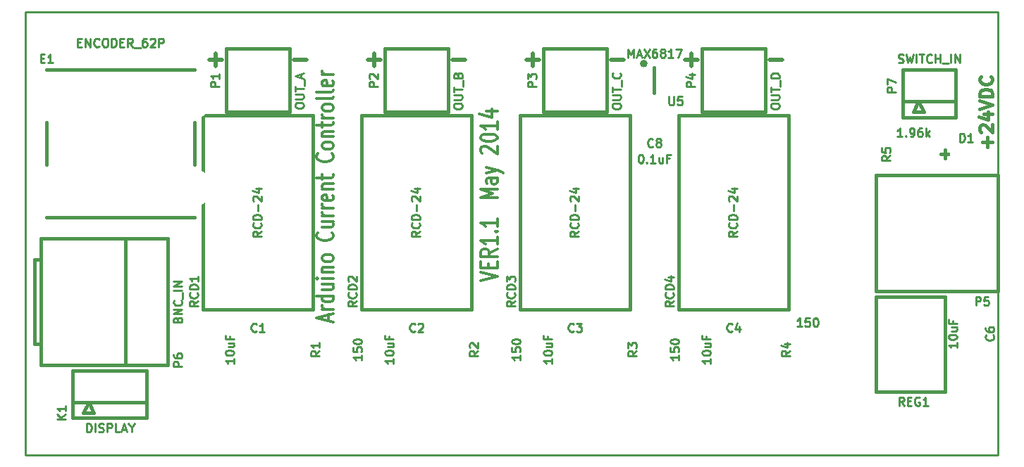
<source format=gto>
G04 (created by PCBNEW (2013-jul-07)-stable) date Wed 28 May 2014 04:19:17 PM EDT*
%MOIN*%
G04 Gerber Fmt 3.4, Leading zero omitted, Abs format*
%FSLAX34Y34*%
G01*
G70*
G90*
G04 APERTURE LIST*
%ADD10C,0.00590551*%
%ADD11C,0.02*%
%ADD12C,0.009*%
%ADD13C,0.012*%
%ADD14C,0.005*%
%ADD15C,0.015*%
%ADD16C,0.01*%
%ADD17C,0.175*%
%ADD18O,0.08X0.12*%
%ADD19C,0.08*%
%ADD20R,0.07X0.12*%
%ADD21R,0.12X0.07*%
%ADD22R,0.067X0.067*%
%ADD23C,0.096*%
%ADD24C,0.16*%
%ADD25C,0.18*%
%ADD26R,0.12X0.12*%
%ADD27C,0.12*%
%ADD28R,0.1X0.1*%
%ADD29C,0.1*%
%ADD30R,0.0604X0.03*%
%ADD31C,0.093*%
%ADD32R,0.093X0.093*%
%ADD33C,0.11*%
%ADD34C,0.195*%
%ADD35C,0.14*%
%ADD36R,0.085X0.085*%
%ADD37C,0.085*%
G04 APERTURE END LIST*
G54D10*
G54D11*
X71195Y-32769D02*
X71804Y-32769D01*
X78695Y-32769D02*
X79304Y-32769D01*
X63695Y-32769D02*
X64304Y-32769D01*
X74695Y-32769D02*
X75304Y-32769D01*
X75000Y-33073D02*
X75000Y-32464D01*
X52195Y-32769D02*
X52804Y-32769D01*
X52500Y-33073D02*
X52500Y-32464D01*
X59695Y-32769D02*
X60304Y-32769D01*
X60000Y-33073D02*
X60000Y-32464D01*
X56195Y-32769D02*
X56804Y-32769D01*
X67195Y-32769D02*
X67804Y-32769D01*
X67500Y-33073D02*
X67500Y-32464D01*
G54D12*
X89500Y-51500D02*
X43500Y-51500D01*
X43500Y-30500D02*
X89500Y-30500D01*
X43500Y-30500D02*
X43500Y-51500D01*
G54D13*
X57845Y-45135D02*
X57845Y-44850D01*
X58073Y-45192D02*
X57273Y-44992D01*
X58073Y-44792D01*
X58073Y-44592D02*
X57540Y-44592D01*
X57692Y-44592D02*
X57616Y-44564D01*
X57578Y-44535D01*
X57540Y-44478D01*
X57540Y-44421D01*
X58073Y-43964D02*
X57273Y-43964D01*
X58035Y-43964D02*
X58073Y-44021D01*
X58073Y-44135D01*
X58035Y-44192D01*
X57997Y-44221D01*
X57921Y-44250D01*
X57692Y-44250D01*
X57616Y-44221D01*
X57578Y-44192D01*
X57540Y-44135D01*
X57540Y-44021D01*
X57578Y-43964D01*
X57540Y-43421D02*
X58073Y-43421D01*
X57540Y-43678D02*
X57959Y-43678D01*
X58035Y-43650D01*
X58073Y-43592D01*
X58073Y-43507D01*
X58035Y-43450D01*
X57997Y-43421D01*
X58073Y-43135D02*
X57540Y-43135D01*
X57273Y-43135D02*
X57311Y-43164D01*
X57350Y-43135D01*
X57311Y-43107D01*
X57273Y-43135D01*
X57350Y-43135D01*
X57540Y-42850D02*
X58073Y-42850D01*
X57616Y-42850D02*
X57578Y-42821D01*
X57540Y-42764D01*
X57540Y-42678D01*
X57578Y-42621D01*
X57654Y-42592D01*
X58073Y-42592D01*
X58073Y-42221D02*
X58035Y-42278D01*
X57997Y-42307D01*
X57921Y-42335D01*
X57692Y-42335D01*
X57616Y-42307D01*
X57578Y-42278D01*
X57540Y-42221D01*
X57540Y-42135D01*
X57578Y-42078D01*
X57616Y-42050D01*
X57692Y-42021D01*
X57921Y-42021D01*
X57997Y-42050D01*
X58035Y-42078D01*
X58073Y-42135D01*
X58073Y-42221D01*
X57997Y-40964D02*
X58035Y-40992D01*
X58073Y-41078D01*
X58073Y-41135D01*
X58035Y-41221D01*
X57959Y-41278D01*
X57883Y-41307D01*
X57730Y-41335D01*
X57616Y-41335D01*
X57464Y-41307D01*
X57388Y-41278D01*
X57311Y-41221D01*
X57273Y-41135D01*
X57273Y-41078D01*
X57311Y-40992D01*
X57350Y-40964D01*
X57540Y-40450D02*
X58073Y-40450D01*
X57540Y-40707D02*
X57959Y-40707D01*
X58035Y-40678D01*
X58073Y-40621D01*
X58073Y-40535D01*
X58035Y-40478D01*
X57997Y-40450D01*
X58073Y-40164D02*
X57540Y-40164D01*
X57692Y-40164D02*
X57616Y-40135D01*
X57578Y-40107D01*
X57540Y-40050D01*
X57540Y-39992D01*
X58073Y-39792D02*
X57540Y-39792D01*
X57692Y-39792D02*
X57616Y-39764D01*
X57578Y-39735D01*
X57540Y-39678D01*
X57540Y-39621D01*
X58035Y-39192D02*
X58073Y-39250D01*
X58073Y-39364D01*
X58035Y-39421D01*
X57959Y-39450D01*
X57654Y-39450D01*
X57578Y-39421D01*
X57540Y-39364D01*
X57540Y-39250D01*
X57578Y-39192D01*
X57654Y-39164D01*
X57730Y-39164D01*
X57807Y-39450D01*
X57540Y-38907D02*
X58073Y-38907D01*
X57616Y-38907D02*
X57578Y-38878D01*
X57540Y-38821D01*
X57540Y-38735D01*
X57578Y-38678D01*
X57654Y-38650D01*
X58073Y-38650D01*
X57540Y-38450D02*
X57540Y-38221D01*
X57273Y-38364D02*
X57959Y-38364D01*
X58035Y-38335D01*
X58073Y-38278D01*
X58073Y-38221D01*
X57997Y-37221D02*
X58035Y-37250D01*
X58073Y-37335D01*
X58073Y-37392D01*
X58035Y-37478D01*
X57959Y-37535D01*
X57883Y-37564D01*
X57730Y-37592D01*
X57616Y-37592D01*
X57464Y-37564D01*
X57388Y-37535D01*
X57311Y-37478D01*
X57273Y-37392D01*
X57273Y-37335D01*
X57311Y-37250D01*
X57350Y-37221D01*
X58073Y-36878D02*
X58035Y-36935D01*
X57997Y-36964D01*
X57921Y-36992D01*
X57692Y-36992D01*
X57616Y-36964D01*
X57578Y-36935D01*
X57540Y-36878D01*
X57540Y-36792D01*
X57578Y-36735D01*
X57616Y-36707D01*
X57692Y-36678D01*
X57921Y-36678D01*
X57997Y-36707D01*
X58035Y-36735D01*
X58073Y-36792D01*
X58073Y-36878D01*
X57540Y-36421D02*
X58073Y-36421D01*
X57616Y-36421D02*
X57578Y-36392D01*
X57540Y-36335D01*
X57540Y-36250D01*
X57578Y-36192D01*
X57654Y-36164D01*
X58073Y-36164D01*
X57540Y-35964D02*
X57540Y-35735D01*
X57273Y-35878D02*
X57959Y-35878D01*
X58035Y-35850D01*
X58073Y-35792D01*
X58073Y-35735D01*
X58073Y-35535D02*
X57540Y-35535D01*
X57692Y-35535D02*
X57616Y-35507D01*
X57578Y-35478D01*
X57540Y-35421D01*
X57540Y-35364D01*
X58073Y-35078D02*
X58035Y-35135D01*
X57997Y-35164D01*
X57921Y-35192D01*
X57692Y-35192D01*
X57616Y-35164D01*
X57578Y-35135D01*
X57540Y-35078D01*
X57540Y-34992D01*
X57578Y-34935D01*
X57616Y-34907D01*
X57692Y-34878D01*
X57921Y-34878D01*
X57997Y-34907D01*
X58035Y-34935D01*
X58073Y-34992D01*
X58073Y-35078D01*
X58073Y-34535D02*
X58035Y-34592D01*
X57959Y-34621D01*
X57273Y-34621D01*
X58073Y-34221D02*
X58035Y-34278D01*
X57959Y-34307D01*
X57273Y-34307D01*
X58035Y-33764D02*
X58073Y-33821D01*
X58073Y-33935D01*
X58035Y-33992D01*
X57959Y-34021D01*
X57654Y-34021D01*
X57578Y-33992D01*
X57540Y-33935D01*
X57540Y-33821D01*
X57578Y-33764D01*
X57654Y-33735D01*
X57730Y-33735D01*
X57807Y-34021D01*
X58073Y-33478D02*
X57540Y-33478D01*
X57692Y-33478D02*
X57616Y-33449D01*
X57578Y-33421D01*
X57540Y-33364D01*
X57540Y-33307D01*
X65823Y-39321D02*
X65023Y-39321D01*
X65595Y-39121D01*
X65023Y-38921D01*
X65823Y-38921D01*
X65823Y-38378D02*
X65404Y-38378D01*
X65328Y-38407D01*
X65290Y-38464D01*
X65290Y-38578D01*
X65328Y-38635D01*
X65785Y-38378D02*
X65823Y-38435D01*
X65823Y-38578D01*
X65785Y-38635D01*
X65709Y-38664D01*
X65633Y-38664D01*
X65557Y-38635D01*
X65519Y-38578D01*
X65519Y-38435D01*
X65480Y-38378D01*
X65290Y-38150D02*
X65823Y-38007D01*
X65290Y-37864D02*
X65823Y-38007D01*
X66014Y-38064D01*
X66052Y-38092D01*
X66090Y-38150D01*
X65100Y-37207D02*
X65061Y-37178D01*
X65023Y-37121D01*
X65023Y-36978D01*
X65061Y-36921D01*
X65100Y-36892D01*
X65176Y-36864D01*
X65252Y-36864D01*
X65366Y-36892D01*
X65823Y-37235D01*
X65823Y-36864D01*
X65023Y-36492D02*
X65023Y-36435D01*
X65061Y-36378D01*
X65100Y-36350D01*
X65176Y-36321D01*
X65328Y-36292D01*
X65519Y-36292D01*
X65671Y-36321D01*
X65747Y-36350D01*
X65785Y-36378D01*
X65823Y-36435D01*
X65823Y-36492D01*
X65785Y-36550D01*
X65747Y-36578D01*
X65671Y-36607D01*
X65519Y-36635D01*
X65328Y-36635D01*
X65176Y-36607D01*
X65100Y-36578D01*
X65061Y-36550D01*
X65023Y-36492D01*
X65823Y-35721D02*
X65823Y-36064D01*
X65823Y-35892D02*
X65023Y-35892D01*
X65138Y-35950D01*
X65214Y-36007D01*
X65252Y-36064D01*
X65290Y-35207D02*
X65823Y-35207D01*
X64985Y-35349D02*
X65557Y-35492D01*
X65557Y-35121D01*
X65023Y-43235D02*
X65823Y-43035D01*
X65023Y-42835D01*
X65404Y-42635D02*
X65404Y-42435D01*
X65823Y-42350D02*
X65823Y-42635D01*
X65023Y-42635D01*
X65023Y-42350D01*
X65823Y-41750D02*
X65442Y-41950D01*
X65823Y-42092D02*
X65023Y-42092D01*
X65023Y-41864D01*
X65061Y-41807D01*
X65100Y-41778D01*
X65176Y-41750D01*
X65290Y-41750D01*
X65366Y-41778D01*
X65404Y-41807D01*
X65442Y-41864D01*
X65442Y-42092D01*
X65823Y-41178D02*
X65823Y-41521D01*
X65823Y-41350D02*
X65023Y-41350D01*
X65138Y-41407D01*
X65214Y-41464D01*
X65252Y-41521D01*
X65747Y-40921D02*
X65785Y-40892D01*
X65823Y-40921D01*
X65785Y-40949D01*
X65747Y-40921D01*
X65823Y-40921D01*
X65823Y-40321D02*
X65823Y-40664D01*
X65823Y-40492D02*
X65023Y-40492D01*
X65138Y-40550D01*
X65214Y-40607D01*
X65252Y-40664D01*
G54D12*
X89500Y-51500D02*
X89500Y-30500D01*
G54D14*
X54800Y-47050D02*
X55400Y-47050D01*
X55400Y-47050D02*
X55400Y-45950D01*
X55400Y-45950D02*
X54800Y-45950D01*
X54200Y-45950D02*
X53600Y-45950D01*
X53600Y-45950D02*
X53600Y-47050D01*
X53600Y-47050D02*
X54200Y-47050D01*
X57700Y-46800D02*
X57700Y-47400D01*
X57700Y-47400D02*
X58800Y-47400D01*
X58800Y-47400D02*
X58800Y-46800D01*
X58800Y-46200D02*
X58800Y-45600D01*
X58800Y-45600D02*
X57700Y-45600D01*
X57700Y-45600D02*
X57700Y-46200D01*
X77300Y-47050D02*
X77900Y-47050D01*
X77900Y-47050D02*
X77900Y-45950D01*
X77900Y-45950D02*
X77300Y-45950D01*
X76700Y-45950D02*
X76100Y-45950D01*
X76100Y-45950D02*
X76100Y-47050D01*
X76100Y-47050D02*
X76700Y-47050D01*
X62300Y-47050D02*
X62900Y-47050D01*
X62900Y-47050D02*
X62900Y-45950D01*
X62900Y-45950D02*
X62300Y-45950D01*
X61700Y-45950D02*
X61100Y-45950D01*
X61100Y-45950D02*
X61100Y-47050D01*
X61100Y-47050D02*
X61700Y-47050D01*
X69800Y-47050D02*
X70400Y-47050D01*
X70400Y-47050D02*
X70400Y-45950D01*
X70400Y-45950D02*
X69800Y-45950D01*
X69200Y-45950D02*
X68600Y-45950D01*
X68600Y-45950D02*
X68600Y-47050D01*
X68600Y-47050D02*
X69200Y-47050D01*
G54D15*
X87000Y-37450D02*
X87000Y-37050D01*
X87200Y-37250D02*
X86800Y-37250D01*
G54D14*
X65200Y-46800D02*
X65200Y-47400D01*
X65200Y-47400D02*
X66300Y-47400D01*
X66300Y-47400D02*
X66300Y-46800D01*
X66300Y-46200D02*
X66300Y-45600D01*
X66300Y-45600D02*
X65200Y-45600D01*
X65200Y-45600D02*
X65200Y-46200D01*
X72700Y-46800D02*
X72700Y-47400D01*
X72700Y-47400D02*
X73800Y-47400D01*
X73800Y-47400D02*
X73800Y-46800D01*
X73800Y-46200D02*
X73800Y-45600D01*
X73800Y-45600D02*
X72700Y-45600D01*
X72700Y-45600D02*
X72700Y-46200D01*
X79950Y-46800D02*
X79950Y-47400D01*
X79950Y-47400D02*
X81050Y-47400D01*
X81050Y-47400D02*
X81050Y-46800D01*
X81050Y-46200D02*
X81050Y-45600D01*
X81050Y-45600D02*
X79950Y-45600D01*
X79950Y-45600D02*
X79950Y-46200D01*
X85200Y-36700D02*
X84600Y-36700D01*
X84600Y-36700D02*
X84600Y-37800D01*
X84600Y-37800D02*
X85200Y-37800D01*
X85800Y-37800D02*
X86400Y-37800D01*
X86400Y-37800D02*
X86400Y-36700D01*
X86400Y-36700D02*
X85800Y-36700D01*
G54D15*
X89500Y-38250D02*
X89500Y-43750D01*
X89500Y-43750D02*
X83750Y-43750D01*
X83750Y-43750D02*
X83750Y-38250D01*
X83750Y-38250D02*
X89500Y-38250D01*
X75500Y-32250D02*
X75500Y-35250D01*
X75500Y-35250D02*
X78500Y-35250D01*
X78500Y-35250D02*
X78500Y-32250D01*
X75500Y-32250D02*
X78500Y-32250D01*
X68000Y-32250D02*
X68000Y-35250D01*
X68000Y-35250D02*
X71000Y-35250D01*
X71000Y-35250D02*
X71000Y-32250D01*
X68000Y-32250D02*
X71000Y-32250D01*
X60500Y-32250D02*
X60500Y-35250D01*
X60500Y-35250D02*
X63500Y-35250D01*
X63500Y-35250D02*
X63500Y-32250D01*
X60500Y-32250D02*
X63500Y-32250D01*
X53000Y-32250D02*
X53000Y-35250D01*
X53000Y-35250D02*
X56000Y-35250D01*
X56000Y-35250D02*
X56000Y-32250D01*
X53000Y-32250D02*
X56000Y-32250D01*
X74400Y-44600D02*
X79600Y-44600D01*
X79600Y-44600D02*
X79600Y-35400D01*
X79600Y-35400D02*
X74400Y-35400D01*
X74400Y-35400D02*
X74400Y-44600D01*
X66900Y-44600D02*
X72100Y-44600D01*
X72100Y-44600D02*
X72100Y-35400D01*
X72100Y-35400D02*
X66900Y-35400D01*
X66900Y-35400D02*
X66900Y-44600D01*
X59400Y-44600D02*
X64600Y-44600D01*
X64600Y-44600D02*
X64600Y-35400D01*
X64600Y-35400D02*
X59400Y-35400D01*
X59400Y-35400D02*
X59400Y-44600D01*
X51900Y-44600D02*
X57100Y-44600D01*
X57100Y-44600D02*
X57100Y-35400D01*
X57100Y-35400D02*
X51900Y-35400D01*
X51900Y-35400D02*
X51900Y-44600D01*
G54D14*
X88800Y-45450D02*
X88800Y-44850D01*
X88800Y-44850D02*
X87700Y-44850D01*
X87700Y-44850D02*
X87700Y-45450D01*
X87700Y-46050D02*
X87700Y-46650D01*
X87700Y-46650D02*
X88800Y-46650D01*
X88800Y-46650D02*
X88800Y-46050D01*
X73550Y-36300D02*
X74150Y-36300D01*
X74150Y-36300D02*
X74150Y-35200D01*
X74150Y-35200D02*
X73550Y-35200D01*
X72950Y-35200D02*
X72350Y-35200D01*
X72350Y-35200D02*
X72350Y-36300D01*
X72350Y-36300D02*
X72950Y-36300D01*
G54D15*
X73250Y-33150D02*
X73250Y-34350D01*
X72850Y-32950D02*
G75*
G03X72850Y-32950I-100J0D01*
G74*
G01*
X46750Y-49500D02*
X46500Y-49000D01*
X46500Y-49000D02*
X46250Y-49500D01*
X46250Y-49500D02*
X46750Y-49500D01*
X49250Y-49750D02*
X45750Y-49750D01*
X45750Y-49750D02*
X45750Y-49000D01*
X49250Y-49750D02*
X49250Y-49000D01*
X49250Y-49000D02*
X49250Y-47500D01*
X49250Y-47500D02*
X45750Y-47500D01*
X45750Y-47500D02*
X45750Y-49000D01*
X45750Y-49000D02*
X49250Y-49000D01*
X87500Y-33250D02*
X85000Y-33250D01*
X87500Y-34750D02*
X85000Y-34750D01*
X87500Y-35500D02*
X85000Y-35500D01*
X86000Y-35250D02*
X85750Y-34750D01*
X85750Y-34750D02*
X85500Y-35250D01*
X85500Y-35250D02*
X86000Y-35250D01*
X85000Y-35500D02*
X85000Y-34750D01*
X87500Y-35500D02*
X87500Y-34750D01*
X87500Y-34750D02*
X87500Y-33250D01*
X85000Y-33250D02*
X85000Y-34750D01*
X44500Y-35750D02*
X44500Y-37750D01*
X51500Y-37750D02*
X51500Y-35750D01*
X44500Y-40250D02*
X51500Y-40250D01*
X51500Y-33250D02*
X44500Y-33250D01*
X87000Y-44000D02*
X83750Y-44000D01*
X83750Y-44000D02*
X83750Y-48500D01*
X83750Y-48500D02*
X87000Y-48500D01*
X87000Y-48500D02*
X87000Y-44000D01*
X44250Y-41250D02*
X50250Y-41250D01*
X44250Y-47250D02*
X50250Y-47250D01*
X44250Y-46250D02*
X43950Y-46250D01*
X43950Y-46250D02*
X43950Y-42250D01*
X43950Y-42250D02*
X44250Y-42250D01*
X48250Y-47250D02*
X48250Y-41250D01*
X44250Y-47250D02*
X44250Y-41250D01*
X50250Y-47250D02*
X50250Y-41250D01*
G54D16*
X54433Y-45623D02*
X54414Y-45642D01*
X54357Y-45661D01*
X54319Y-45661D01*
X54261Y-45642D01*
X54223Y-45604D01*
X54204Y-45566D01*
X54185Y-45490D01*
X54185Y-45433D01*
X54204Y-45357D01*
X54223Y-45319D01*
X54261Y-45280D01*
X54319Y-45261D01*
X54357Y-45261D01*
X54414Y-45280D01*
X54433Y-45300D01*
X54814Y-45661D02*
X54585Y-45661D01*
X54700Y-45661D02*
X54700Y-45261D01*
X54661Y-45319D01*
X54623Y-45357D01*
X54585Y-45376D01*
X53361Y-46928D02*
X53361Y-47157D01*
X53361Y-47042D02*
X52961Y-47042D01*
X53019Y-47080D01*
X53057Y-47119D01*
X53076Y-47157D01*
X52961Y-46680D02*
X52961Y-46642D01*
X52980Y-46604D01*
X53000Y-46585D01*
X53038Y-46566D01*
X53114Y-46547D01*
X53209Y-46547D01*
X53285Y-46566D01*
X53323Y-46585D01*
X53342Y-46604D01*
X53361Y-46642D01*
X53361Y-46680D01*
X53342Y-46719D01*
X53323Y-46738D01*
X53285Y-46757D01*
X53209Y-46776D01*
X53114Y-46776D01*
X53038Y-46757D01*
X53000Y-46738D01*
X52980Y-46719D01*
X52961Y-46680D01*
X53095Y-46204D02*
X53361Y-46204D01*
X53095Y-46376D02*
X53304Y-46376D01*
X53342Y-46357D01*
X53361Y-46319D01*
X53361Y-46261D01*
X53342Y-46223D01*
X53323Y-46204D01*
X53152Y-45880D02*
X53152Y-46014D01*
X53361Y-46014D02*
X52961Y-46014D01*
X52961Y-45823D01*
X57411Y-46566D02*
X57221Y-46699D01*
X57411Y-46795D02*
X57011Y-46795D01*
X57011Y-46642D01*
X57030Y-46604D01*
X57050Y-46585D01*
X57088Y-46566D01*
X57145Y-46566D01*
X57183Y-46585D01*
X57202Y-46604D01*
X57221Y-46642D01*
X57221Y-46795D01*
X57411Y-46185D02*
X57411Y-46414D01*
X57411Y-46299D02*
X57011Y-46299D01*
X57069Y-46338D01*
X57107Y-46376D01*
X57126Y-46414D01*
X59411Y-46766D02*
X59411Y-46995D01*
X59411Y-46880D02*
X59011Y-46880D01*
X59069Y-46919D01*
X59107Y-46957D01*
X59126Y-46995D01*
X59011Y-46404D02*
X59011Y-46595D01*
X59202Y-46614D01*
X59183Y-46595D01*
X59164Y-46557D01*
X59164Y-46461D01*
X59183Y-46423D01*
X59202Y-46404D01*
X59240Y-46385D01*
X59335Y-46385D01*
X59373Y-46404D01*
X59392Y-46423D01*
X59411Y-46461D01*
X59411Y-46557D01*
X59392Y-46595D01*
X59373Y-46614D01*
X59011Y-46138D02*
X59011Y-46100D01*
X59030Y-46061D01*
X59050Y-46042D01*
X59088Y-46023D01*
X59164Y-46004D01*
X59259Y-46004D01*
X59335Y-46023D01*
X59373Y-46042D01*
X59392Y-46061D01*
X59411Y-46100D01*
X59411Y-46138D01*
X59392Y-46176D01*
X59373Y-46195D01*
X59335Y-46214D01*
X59259Y-46233D01*
X59164Y-46233D01*
X59088Y-46214D01*
X59050Y-46195D01*
X59030Y-46176D01*
X59011Y-46138D01*
X76933Y-45623D02*
X76914Y-45642D01*
X76857Y-45661D01*
X76819Y-45661D01*
X76761Y-45642D01*
X76723Y-45604D01*
X76704Y-45566D01*
X76685Y-45490D01*
X76685Y-45433D01*
X76704Y-45357D01*
X76723Y-45319D01*
X76761Y-45280D01*
X76819Y-45261D01*
X76857Y-45261D01*
X76914Y-45280D01*
X76933Y-45300D01*
X77276Y-45395D02*
X77276Y-45661D01*
X77180Y-45242D02*
X77085Y-45528D01*
X77333Y-45528D01*
X75911Y-46928D02*
X75911Y-47157D01*
X75911Y-47042D02*
X75511Y-47042D01*
X75569Y-47080D01*
X75607Y-47119D01*
X75626Y-47157D01*
X75511Y-46680D02*
X75511Y-46642D01*
X75530Y-46604D01*
X75550Y-46585D01*
X75588Y-46566D01*
X75664Y-46547D01*
X75759Y-46547D01*
X75835Y-46566D01*
X75873Y-46585D01*
X75892Y-46604D01*
X75911Y-46642D01*
X75911Y-46680D01*
X75892Y-46719D01*
X75873Y-46738D01*
X75835Y-46757D01*
X75759Y-46776D01*
X75664Y-46776D01*
X75588Y-46757D01*
X75550Y-46738D01*
X75530Y-46719D01*
X75511Y-46680D01*
X75645Y-46204D02*
X75911Y-46204D01*
X75645Y-46376D02*
X75854Y-46376D01*
X75892Y-46357D01*
X75911Y-46319D01*
X75911Y-46261D01*
X75892Y-46223D01*
X75873Y-46204D01*
X75702Y-45880D02*
X75702Y-46014D01*
X75911Y-46014D02*
X75511Y-46014D01*
X75511Y-45823D01*
X61933Y-45623D02*
X61914Y-45642D01*
X61857Y-45661D01*
X61819Y-45661D01*
X61761Y-45642D01*
X61723Y-45604D01*
X61704Y-45566D01*
X61685Y-45490D01*
X61685Y-45433D01*
X61704Y-45357D01*
X61723Y-45319D01*
X61761Y-45280D01*
X61819Y-45261D01*
X61857Y-45261D01*
X61914Y-45280D01*
X61933Y-45300D01*
X62085Y-45300D02*
X62104Y-45280D01*
X62142Y-45261D01*
X62238Y-45261D01*
X62276Y-45280D01*
X62295Y-45300D01*
X62314Y-45338D01*
X62314Y-45376D01*
X62295Y-45433D01*
X62066Y-45661D01*
X62314Y-45661D01*
X60911Y-46928D02*
X60911Y-47157D01*
X60911Y-47042D02*
X60511Y-47042D01*
X60569Y-47080D01*
X60607Y-47119D01*
X60626Y-47157D01*
X60511Y-46680D02*
X60511Y-46642D01*
X60530Y-46604D01*
X60550Y-46585D01*
X60588Y-46566D01*
X60664Y-46547D01*
X60759Y-46547D01*
X60835Y-46566D01*
X60873Y-46585D01*
X60892Y-46604D01*
X60911Y-46642D01*
X60911Y-46680D01*
X60892Y-46719D01*
X60873Y-46738D01*
X60835Y-46757D01*
X60759Y-46776D01*
X60664Y-46776D01*
X60588Y-46757D01*
X60550Y-46738D01*
X60530Y-46719D01*
X60511Y-46680D01*
X60645Y-46204D02*
X60911Y-46204D01*
X60645Y-46376D02*
X60854Y-46376D01*
X60892Y-46357D01*
X60911Y-46319D01*
X60911Y-46261D01*
X60892Y-46223D01*
X60873Y-46204D01*
X60702Y-45880D02*
X60702Y-46014D01*
X60911Y-46014D02*
X60511Y-46014D01*
X60511Y-45823D01*
X69433Y-45623D02*
X69414Y-45642D01*
X69357Y-45661D01*
X69319Y-45661D01*
X69261Y-45642D01*
X69223Y-45604D01*
X69204Y-45566D01*
X69185Y-45490D01*
X69185Y-45433D01*
X69204Y-45357D01*
X69223Y-45319D01*
X69261Y-45280D01*
X69319Y-45261D01*
X69357Y-45261D01*
X69414Y-45280D01*
X69433Y-45300D01*
X69566Y-45261D02*
X69814Y-45261D01*
X69680Y-45414D01*
X69738Y-45414D01*
X69776Y-45433D01*
X69795Y-45452D01*
X69814Y-45490D01*
X69814Y-45585D01*
X69795Y-45623D01*
X69776Y-45642D01*
X69738Y-45661D01*
X69623Y-45661D01*
X69585Y-45642D01*
X69566Y-45623D01*
X68411Y-46928D02*
X68411Y-47157D01*
X68411Y-47042D02*
X68011Y-47042D01*
X68069Y-47080D01*
X68107Y-47119D01*
X68126Y-47157D01*
X68011Y-46680D02*
X68011Y-46642D01*
X68030Y-46604D01*
X68050Y-46585D01*
X68088Y-46566D01*
X68164Y-46547D01*
X68259Y-46547D01*
X68335Y-46566D01*
X68373Y-46585D01*
X68392Y-46604D01*
X68411Y-46642D01*
X68411Y-46680D01*
X68392Y-46719D01*
X68373Y-46738D01*
X68335Y-46757D01*
X68259Y-46776D01*
X68164Y-46776D01*
X68088Y-46757D01*
X68050Y-46738D01*
X68030Y-46719D01*
X68011Y-46680D01*
X68145Y-46204D02*
X68411Y-46204D01*
X68145Y-46376D02*
X68354Y-46376D01*
X68392Y-46357D01*
X68411Y-46319D01*
X68411Y-46261D01*
X68392Y-46223D01*
X68373Y-46204D01*
X68202Y-45880D02*
X68202Y-46014D01*
X68411Y-46014D02*
X68011Y-46014D01*
X68011Y-45823D01*
X87704Y-36661D02*
X87704Y-36261D01*
X87800Y-36261D01*
X87857Y-36280D01*
X87895Y-36319D01*
X87914Y-36357D01*
X87933Y-36433D01*
X87933Y-36490D01*
X87914Y-36566D01*
X87895Y-36604D01*
X87857Y-36642D01*
X87800Y-36661D01*
X87704Y-36661D01*
X88314Y-36661D02*
X88085Y-36661D01*
X88200Y-36661D02*
X88200Y-36261D01*
X88161Y-36319D01*
X88123Y-36357D01*
X88085Y-36376D01*
X64911Y-46566D02*
X64721Y-46699D01*
X64911Y-46795D02*
X64511Y-46795D01*
X64511Y-46642D01*
X64530Y-46604D01*
X64550Y-46585D01*
X64588Y-46566D01*
X64645Y-46566D01*
X64683Y-46585D01*
X64702Y-46604D01*
X64721Y-46642D01*
X64721Y-46795D01*
X64550Y-46414D02*
X64530Y-46395D01*
X64511Y-46357D01*
X64511Y-46261D01*
X64530Y-46223D01*
X64550Y-46204D01*
X64588Y-46185D01*
X64626Y-46185D01*
X64683Y-46204D01*
X64911Y-46433D01*
X64911Y-46185D01*
X66911Y-46766D02*
X66911Y-46995D01*
X66911Y-46880D02*
X66511Y-46880D01*
X66569Y-46919D01*
X66607Y-46957D01*
X66626Y-46995D01*
X66511Y-46404D02*
X66511Y-46595D01*
X66702Y-46614D01*
X66683Y-46595D01*
X66664Y-46557D01*
X66664Y-46461D01*
X66683Y-46423D01*
X66702Y-46404D01*
X66740Y-46385D01*
X66835Y-46385D01*
X66873Y-46404D01*
X66892Y-46423D01*
X66911Y-46461D01*
X66911Y-46557D01*
X66892Y-46595D01*
X66873Y-46614D01*
X66511Y-46138D02*
X66511Y-46100D01*
X66530Y-46061D01*
X66550Y-46042D01*
X66588Y-46023D01*
X66664Y-46004D01*
X66759Y-46004D01*
X66835Y-46023D01*
X66873Y-46042D01*
X66892Y-46061D01*
X66911Y-46100D01*
X66911Y-46138D01*
X66892Y-46176D01*
X66873Y-46195D01*
X66835Y-46214D01*
X66759Y-46233D01*
X66664Y-46233D01*
X66588Y-46214D01*
X66550Y-46195D01*
X66530Y-46176D01*
X66511Y-46138D01*
X72411Y-46566D02*
X72221Y-46699D01*
X72411Y-46795D02*
X72011Y-46795D01*
X72011Y-46642D01*
X72030Y-46604D01*
X72050Y-46585D01*
X72088Y-46566D01*
X72145Y-46566D01*
X72183Y-46585D01*
X72202Y-46604D01*
X72221Y-46642D01*
X72221Y-46795D01*
X72011Y-46433D02*
X72011Y-46185D01*
X72164Y-46319D01*
X72164Y-46261D01*
X72183Y-46223D01*
X72202Y-46204D01*
X72240Y-46185D01*
X72335Y-46185D01*
X72373Y-46204D01*
X72392Y-46223D01*
X72411Y-46261D01*
X72411Y-46376D01*
X72392Y-46414D01*
X72373Y-46433D01*
X74411Y-46766D02*
X74411Y-46995D01*
X74411Y-46880D02*
X74011Y-46880D01*
X74069Y-46919D01*
X74107Y-46957D01*
X74126Y-46995D01*
X74011Y-46404D02*
X74011Y-46595D01*
X74202Y-46614D01*
X74183Y-46595D01*
X74164Y-46557D01*
X74164Y-46461D01*
X74183Y-46423D01*
X74202Y-46404D01*
X74240Y-46385D01*
X74335Y-46385D01*
X74373Y-46404D01*
X74392Y-46423D01*
X74411Y-46461D01*
X74411Y-46557D01*
X74392Y-46595D01*
X74373Y-46614D01*
X74011Y-46138D02*
X74011Y-46100D01*
X74030Y-46061D01*
X74050Y-46042D01*
X74088Y-46023D01*
X74164Y-46004D01*
X74259Y-46004D01*
X74335Y-46023D01*
X74373Y-46042D01*
X74392Y-46061D01*
X74411Y-46100D01*
X74411Y-46138D01*
X74392Y-46176D01*
X74373Y-46195D01*
X74335Y-46214D01*
X74259Y-46233D01*
X74164Y-46233D01*
X74088Y-46214D01*
X74050Y-46195D01*
X74030Y-46176D01*
X74011Y-46138D01*
X79661Y-46566D02*
X79471Y-46699D01*
X79661Y-46795D02*
X79261Y-46795D01*
X79261Y-46642D01*
X79280Y-46604D01*
X79300Y-46585D01*
X79338Y-46566D01*
X79395Y-46566D01*
X79433Y-46585D01*
X79452Y-46604D01*
X79471Y-46642D01*
X79471Y-46795D01*
X79395Y-46223D02*
X79661Y-46223D01*
X79242Y-46319D02*
X79528Y-46414D01*
X79528Y-46166D01*
X80233Y-45411D02*
X80004Y-45411D01*
X80119Y-45411D02*
X80119Y-45011D01*
X80080Y-45069D01*
X80042Y-45107D01*
X80004Y-45126D01*
X80595Y-45011D02*
X80404Y-45011D01*
X80385Y-45202D01*
X80404Y-45183D01*
X80442Y-45164D01*
X80538Y-45164D01*
X80576Y-45183D01*
X80595Y-45202D01*
X80614Y-45240D01*
X80614Y-45335D01*
X80595Y-45373D01*
X80576Y-45392D01*
X80538Y-45411D01*
X80442Y-45411D01*
X80404Y-45392D01*
X80385Y-45373D01*
X80861Y-45011D02*
X80900Y-45011D01*
X80938Y-45030D01*
X80957Y-45050D01*
X80976Y-45088D01*
X80995Y-45164D01*
X80995Y-45259D01*
X80976Y-45335D01*
X80957Y-45373D01*
X80938Y-45392D01*
X80900Y-45411D01*
X80861Y-45411D01*
X80823Y-45392D01*
X80804Y-45373D01*
X80785Y-45335D01*
X80766Y-45259D01*
X80766Y-45164D01*
X80785Y-45088D01*
X80804Y-45050D01*
X80823Y-45030D01*
X80861Y-45011D01*
X84411Y-37316D02*
X84221Y-37449D01*
X84411Y-37545D02*
X84011Y-37545D01*
X84011Y-37392D01*
X84030Y-37354D01*
X84050Y-37335D01*
X84088Y-37316D01*
X84145Y-37316D01*
X84183Y-37335D01*
X84202Y-37354D01*
X84221Y-37392D01*
X84221Y-37545D01*
X84011Y-36954D02*
X84011Y-37145D01*
X84202Y-37164D01*
X84183Y-37145D01*
X84164Y-37107D01*
X84164Y-37011D01*
X84183Y-36973D01*
X84202Y-36954D01*
X84240Y-36935D01*
X84335Y-36935D01*
X84373Y-36954D01*
X84392Y-36973D01*
X84411Y-37011D01*
X84411Y-37107D01*
X84392Y-37145D01*
X84373Y-37164D01*
X84976Y-36411D02*
X84747Y-36411D01*
X84861Y-36411D02*
X84861Y-36011D01*
X84823Y-36069D01*
X84785Y-36107D01*
X84747Y-36126D01*
X85147Y-36373D02*
X85166Y-36392D01*
X85147Y-36411D01*
X85128Y-36392D01*
X85147Y-36373D01*
X85147Y-36411D01*
X85357Y-36411D02*
X85433Y-36411D01*
X85471Y-36392D01*
X85490Y-36373D01*
X85528Y-36316D01*
X85547Y-36240D01*
X85547Y-36088D01*
X85528Y-36050D01*
X85509Y-36030D01*
X85471Y-36011D01*
X85395Y-36011D01*
X85357Y-36030D01*
X85338Y-36050D01*
X85319Y-36088D01*
X85319Y-36183D01*
X85338Y-36221D01*
X85357Y-36240D01*
X85395Y-36259D01*
X85471Y-36259D01*
X85509Y-36240D01*
X85528Y-36221D01*
X85547Y-36183D01*
X85890Y-36011D02*
X85814Y-36011D01*
X85776Y-36030D01*
X85757Y-36050D01*
X85719Y-36107D01*
X85700Y-36183D01*
X85700Y-36335D01*
X85719Y-36373D01*
X85738Y-36392D01*
X85776Y-36411D01*
X85852Y-36411D01*
X85890Y-36392D01*
X85909Y-36373D01*
X85928Y-36335D01*
X85928Y-36240D01*
X85909Y-36202D01*
X85890Y-36183D01*
X85852Y-36164D01*
X85776Y-36164D01*
X85738Y-36183D01*
X85719Y-36202D01*
X85700Y-36240D01*
X86100Y-36411D02*
X86100Y-36011D01*
X86138Y-36259D02*
X86252Y-36411D01*
X86252Y-36145D02*
X86100Y-36297D01*
X88454Y-44411D02*
X88454Y-44011D01*
X88607Y-44011D01*
X88645Y-44030D01*
X88664Y-44050D01*
X88683Y-44088D01*
X88683Y-44145D01*
X88664Y-44183D01*
X88645Y-44202D01*
X88607Y-44221D01*
X88454Y-44221D01*
X89045Y-44011D02*
X88854Y-44011D01*
X88835Y-44202D01*
X88854Y-44183D01*
X88892Y-44164D01*
X88988Y-44164D01*
X89026Y-44183D01*
X89045Y-44202D01*
X89064Y-44240D01*
X89064Y-44335D01*
X89045Y-44373D01*
X89026Y-44392D01*
X88988Y-44411D01*
X88892Y-44411D01*
X88854Y-44392D01*
X88835Y-44373D01*
G54D15*
X89014Y-36907D02*
X89014Y-36450D01*
X89242Y-36678D02*
X88785Y-36678D01*
X88700Y-36192D02*
X88671Y-36164D01*
X88642Y-36107D01*
X88642Y-35964D01*
X88671Y-35907D01*
X88700Y-35878D01*
X88757Y-35850D01*
X88814Y-35850D01*
X88900Y-35878D01*
X89242Y-36221D01*
X89242Y-35850D01*
X88842Y-35335D02*
X89242Y-35335D01*
X88614Y-35478D02*
X89042Y-35621D01*
X89042Y-35250D01*
X88642Y-35107D02*
X89242Y-34907D01*
X88642Y-34707D01*
X89242Y-34507D02*
X88642Y-34507D01*
X88642Y-34364D01*
X88671Y-34278D01*
X88728Y-34221D01*
X88785Y-34192D01*
X88900Y-34164D01*
X88985Y-34164D01*
X89100Y-34192D01*
X89157Y-34221D01*
X89214Y-34278D01*
X89242Y-34364D01*
X89242Y-34507D01*
X89185Y-33564D02*
X89214Y-33592D01*
X89242Y-33678D01*
X89242Y-33735D01*
X89214Y-33821D01*
X89157Y-33878D01*
X89100Y-33907D01*
X88985Y-33935D01*
X88900Y-33935D01*
X88785Y-33907D01*
X88728Y-33878D01*
X88671Y-33821D01*
X88642Y-33735D01*
X88642Y-33678D01*
X88671Y-33592D01*
X88700Y-33564D01*
G54D16*
X75161Y-34045D02*
X74761Y-34045D01*
X74761Y-33892D01*
X74780Y-33854D01*
X74800Y-33835D01*
X74838Y-33816D01*
X74895Y-33816D01*
X74933Y-33835D01*
X74952Y-33854D01*
X74971Y-33892D01*
X74971Y-34045D01*
X74895Y-33473D02*
X75161Y-33473D01*
X74742Y-33569D02*
X75028Y-33664D01*
X75028Y-33416D01*
X78761Y-35002D02*
X78761Y-34926D01*
X78780Y-34888D01*
X78819Y-34850D01*
X78895Y-34830D01*
X79028Y-34830D01*
X79104Y-34850D01*
X79142Y-34888D01*
X79161Y-34926D01*
X79161Y-35002D01*
X79142Y-35040D01*
X79104Y-35078D01*
X79028Y-35097D01*
X78895Y-35097D01*
X78819Y-35078D01*
X78780Y-35040D01*
X78761Y-35002D01*
X78761Y-34659D02*
X79085Y-34659D01*
X79123Y-34640D01*
X79142Y-34621D01*
X79161Y-34583D01*
X79161Y-34507D01*
X79142Y-34469D01*
X79123Y-34450D01*
X79085Y-34430D01*
X78761Y-34430D01*
X78761Y-34297D02*
X78761Y-34069D01*
X79161Y-34183D02*
X78761Y-34183D01*
X79200Y-34030D02*
X79200Y-33726D01*
X79161Y-33630D02*
X78761Y-33630D01*
X78761Y-33535D01*
X78780Y-33478D01*
X78819Y-33440D01*
X78857Y-33421D01*
X78933Y-33402D01*
X78990Y-33402D01*
X79066Y-33421D01*
X79104Y-33440D01*
X79142Y-33478D01*
X79161Y-33535D01*
X79161Y-33630D01*
X67661Y-34045D02*
X67261Y-34045D01*
X67261Y-33892D01*
X67280Y-33854D01*
X67300Y-33835D01*
X67338Y-33816D01*
X67395Y-33816D01*
X67433Y-33835D01*
X67452Y-33854D01*
X67471Y-33892D01*
X67471Y-34045D01*
X67261Y-33683D02*
X67261Y-33435D01*
X67414Y-33569D01*
X67414Y-33511D01*
X67433Y-33473D01*
X67452Y-33454D01*
X67490Y-33435D01*
X67585Y-33435D01*
X67623Y-33454D01*
X67642Y-33473D01*
X67661Y-33511D01*
X67661Y-33626D01*
X67642Y-33664D01*
X67623Y-33683D01*
X71261Y-35002D02*
X71261Y-34926D01*
X71280Y-34888D01*
X71319Y-34850D01*
X71395Y-34830D01*
X71528Y-34830D01*
X71604Y-34850D01*
X71642Y-34888D01*
X71661Y-34926D01*
X71661Y-35002D01*
X71642Y-35040D01*
X71604Y-35078D01*
X71528Y-35097D01*
X71395Y-35097D01*
X71319Y-35078D01*
X71280Y-35040D01*
X71261Y-35002D01*
X71261Y-34659D02*
X71585Y-34659D01*
X71623Y-34640D01*
X71642Y-34621D01*
X71661Y-34583D01*
X71661Y-34507D01*
X71642Y-34469D01*
X71623Y-34450D01*
X71585Y-34430D01*
X71261Y-34430D01*
X71261Y-34297D02*
X71261Y-34069D01*
X71661Y-34183D02*
X71261Y-34183D01*
X71700Y-34030D02*
X71700Y-33726D01*
X71623Y-33402D02*
X71642Y-33421D01*
X71661Y-33478D01*
X71661Y-33516D01*
X71642Y-33573D01*
X71604Y-33611D01*
X71566Y-33630D01*
X71490Y-33650D01*
X71433Y-33650D01*
X71357Y-33630D01*
X71319Y-33611D01*
X71280Y-33573D01*
X71261Y-33516D01*
X71261Y-33478D01*
X71280Y-33421D01*
X71300Y-33402D01*
X60161Y-34045D02*
X59761Y-34045D01*
X59761Y-33892D01*
X59780Y-33854D01*
X59800Y-33835D01*
X59838Y-33816D01*
X59895Y-33816D01*
X59933Y-33835D01*
X59952Y-33854D01*
X59971Y-33892D01*
X59971Y-34045D01*
X59800Y-33664D02*
X59780Y-33645D01*
X59761Y-33607D01*
X59761Y-33511D01*
X59780Y-33473D01*
X59800Y-33454D01*
X59838Y-33435D01*
X59876Y-33435D01*
X59933Y-33454D01*
X60161Y-33683D01*
X60161Y-33435D01*
X63761Y-35002D02*
X63761Y-34926D01*
X63780Y-34888D01*
X63819Y-34850D01*
X63895Y-34830D01*
X64028Y-34830D01*
X64104Y-34850D01*
X64142Y-34888D01*
X64161Y-34926D01*
X64161Y-35002D01*
X64142Y-35040D01*
X64104Y-35078D01*
X64028Y-35097D01*
X63895Y-35097D01*
X63819Y-35078D01*
X63780Y-35040D01*
X63761Y-35002D01*
X63761Y-34659D02*
X64085Y-34659D01*
X64123Y-34640D01*
X64142Y-34621D01*
X64161Y-34583D01*
X64161Y-34507D01*
X64142Y-34469D01*
X64123Y-34450D01*
X64085Y-34430D01*
X63761Y-34430D01*
X63761Y-34297D02*
X63761Y-34069D01*
X64161Y-34183D02*
X63761Y-34183D01*
X64200Y-34030D02*
X64200Y-33726D01*
X63952Y-33497D02*
X63971Y-33440D01*
X63990Y-33421D01*
X64028Y-33402D01*
X64085Y-33402D01*
X64123Y-33421D01*
X64142Y-33440D01*
X64161Y-33478D01*
X64161Y-33630D01*
X63761Y-33630D01*
X63761Y-33497D01*
X63780Y-33459D01*
X63800Y-33440D01*
X63838Y-33421D01*
X63876Y-33421D01*
X63914Y-33440D01*
X63933Y-33459D01*
X63952Y-33497D01*
X63952Y-33630D01*
X52661Y-34045D02*
X52261Y-34045D01*
X52261Y-33892D01*
X52280Y-33854D01*
X52300Y-33835D01*
X52338Y-33816D01*
X52395Y-33816D01*
X52433Y-33835D01*
X52452Y-33854D01*
X52471Y-33892D01*
X52471Y-34045D01*
X52661Y-33435D02*
X52661Y-33664D01*
X52661Y-33549D02*
X52261Y-33549D01*
X52319Y-33588D01*
X52357Y-33626D01*
X52376Y-33664D01*
X56261Y-34973D02*
X56261Y-34897D01*
X56280Y-34859D01*
X56319Y-34821D01*
X56395Y-34802D01*
X56528Y-34802D01*
X56604Y-34821D01*
X56642Y-34859D01*
X56661Y-34897D01*
X56661Y-34973D01*
X56642Y-35011D01*
X56604Y-35049D01*
X56528Y-35069D01*
X56395Y-35069D01*
X56319Y-35049D01*
X56280Y-35011D01*
X56261Y-34973D01*
X56261Y-34630D02*
X56585Y-34630D01*
X56623Y-34611D01*
X56642Y-34592D01*
X56661Y-34554D01*
X56661Y-34478D01*
X56642Y-34440D01*
X56623Y-34421D01*
X56585Y-34402D01*
X56261Y-34402D01*
X56261Y-34269D02*
X56261Y-34040D01*
X56661Y-34154D02*
X56261Y-34154D01*
X56700Y-34002D02*
X56700Y-33697D01*
X56547Y-33621D02*
X56547Y-33430D01*
X56661Y-33659D02*
X56261Y-33526D01*
X56661Y-33392D01*
X74161Y-44216D02*
X73971Y-44349D01*
X74161Y-44445D02*
X73761Y-44445D01*
X73761Y-44292D01*
X73780Y-44254D01*
X73800Y-44235D01*
X73838Y-44216D01*
X73895Y-44216D01*
X73933Y-44235D01*
X73952Y-44254D01*
X73971Y-44292D01*
X73971Y-44445D01*
X74123Y-43816D02*
X74142Y-43835D01*
X74161Y-43892D01*
X74161Y-43930D01*
X74142Y-43988D01*
X74104Y-44026D01*
X74066Y-44045D01*
X73990Y-44064D01*
X73933Y-44064D01*
X73857Y-44045D01*
X73819Y-44026D01*
X73780Y-43988D01*
X73761Y-43930D01*
X73761Y-43892D01*
X73780Y-43835D01*
X73800Y-43816D01*
X74161Y-43645D02*
X73761Y-43645D01*
X73761Y-43549D01*
X73780Y-43492D01*
X73819Y-43454D01*
X73857Y-43435D01*
X73933Y-43416D01*
X73990Y-43416D01*
X74066Y-43435D01*
X74104Y-43454D01*
X74142Y-43492D01*
X74161Y-43549D01*
X74161Y-43645D01*
X73895Y-43073D02*
X74161Y-43073D01*
X73742Y-43169D02*
X74028Y-43264D01*
X74028Y-43016D01*
X77161Y-40904D02*
X76971Y-41038D01*
X77161Y-41133D02*
X76761Y-41133D01*
X76761Y-40980D01*
X76780Y-40942D01*
X76800Y-40923D01*
X76838Y-40904D01*
X76895Y-40904D01*
X76933Y-40923D01*
X76952Y-40942D01*
X76971Y-40980D01*
X76971Y-41133D01*
X77123Y-40504D02*
X77142Y-40523D01*
X77161Y-40580D01*
X77161Y-40619D01*
X77142Y-40676D01*
X77104Y-40714D01*
X77066Y-40733D01*
X76990Y-40752D01*
X76933Y-40752D01*
X76857Y-40733D01*
X76819Y-40714D01*
X76780Y-40676D01*
X76761Y-40619D01*
X76761Y-40580D01*
X76780Y-40523D01*
X76800Y-40504D01*
X77161Y-40333D02*
X76761Y-40333D01*
X76761Y-40238D01*
X76780Y-40180D01*
X76819Y-40142D01*
X76857Y-40123D01*
X76933Y-40104D01*
X76990Y-40104D01*
X77066Y-40123D01*
X77104Y-40142D01*
X77142Y-40180D01*
X77161Y-40238D01*
X77161Y-40333D01*
X77009Y-39933D02*
X77009Y-39628D01*
X76800Y-39457D02*
X76780Y-39438D01*
X76761Y-39399D01*
X76761Y-39304D01*
X76780Y-39266D01*
X76800Y-39247D01*
X76838Y-39228D01*
X76876Y-39228D01*
X76933Y-39247D01*
X77161Y-39476D01*
X77161Y-39228D01*
X76895Y-38885D02*
X77161Y-38885D01*
X76742Y-38980D02*
X77028Y-39076D01*
X77028Y-38828D01*
X66661Y-44216D02*
X66471Y-44349D01*
X66661Y-44445D02*
X66261Y-44445D01*
X66261Y-44292D01*
X66280Y-44254D01*
X66300Y-44235D01*
X66338Y-44216D01*
X66395Y-44216D01*
X66433Y-44235D01*
X66452Y-44254D01*
X66471Y-44292D01*
X66471Y-44445D01*
X66623Y-43816D02*
X66642Y-43835D01*
X66661Y-43892D01*
X66661Y-43930D01*
X66642Y-43988D01*
X66604Y-44026D01*
X66566Y-44045D01*
X66490Y-44064D01*
X66433Y-44064D01*
X66357Y-44045D01*
X66319Y-44026D01*
X66280Y-43988D01*
X66261Y-43930D01*
X66261Y-43892D01*
X66280Y-43835D01*
X66300Y-43816D01*
X66661Y-43645D02*
X66261Y-43645D01*
X66261Y-43549D01*
X66280Y-43492D01*
X66319Y-43454D01*
X66357Y-43435D01*
X66433Y-43416D01*
X66490Y-43416D01*
X66566Y-43435D01*
X66604Y-43454D01*
X66642Y-43492D01*
X66661Y-43549D01*
X66661Y-43645D01*
X66261Y-43283D02*
X66261Y-43035D01*
X66414Y-43169D01*
X66414Y-43111D01*
X66433Y-43073D01*
X66452Y-43054D01*
X66490Y-43035D01*
X66585Y-43035D01*
X66623Y-43054D01*
X66642Y-43073D01*
X66661Y-43111D01*
X66661Y-43226D01*
X66642Y-43264D01*
X66623Y-43283D01*
X69661Y-40904D02*
X69471Y-41038D01*
X69661Y-41133D02*
X69261Y-41133D01*
X69261Y-40980D01*
X69280Y-40942D01*
X69300Y-40923D01*
X69338Y-40904D01*
X69395Y-40904D01*
X69433Y-40923D01*
X69452Y-40942D01*
X69471Y-40980D01*
X69471Y-41133D01*
X69623Y-40504D02*
X69642Y-40523D01*
X69661Y-40580D01*
X69661Y-40619D01*
X69642Y-40676D01*
X69604Y-40714D01*
X69566Y-40733D01*
X69490Y-40752D01*
X69433Y-40752D01*
X69357Y-40733D01*
X69319Y-40714D01*
X69280Y-40676D01*
X69261Y-40619D01*
X69261Y-40580D01*
X69280Y-40523D01*
X69300Y-40504D01*
X69661Y-40333D02*
X69261Y-40333D01*
X69261Y-40238D01*
X69280Y-40180D01*
X69319Y-40142D01*
X69357Y-40123D01*
X69433Y-40104D01*
X69490Y-40104D01*
X69566Y-40123D01*
X69604Y-40142D01*
X69642Y-40180D01*
X69661Y-40238D01*
X69661Y-40333D01*
X69509Y-39933D02*
X69509Y-39628D01*
X69300Y-39457D02*
X69280Y-39438D01*
X69261Y-39399D01*
X69261Y-39304D01*
X69280Y-39266D01*
X69300Y-39247D01*
X69338Y-39228D01*
X69376Y-39228D01*
X69433Y-39247D01*
X69661Y-39476D01*
X69661Y-39228D01*
X69395Y-38885D02*
X69661Y-38885D01*
X69242Y-38980D02*
X69528Y-39076D01*
X69528Y-38828D01*
X59161Y-44216D02*
X58971Y-44349D01*
X59161Y-44445D02*
X58761Y-44445D01*
X58761Y-44292D01*
X58780Y-44254D01*
X58800Y-44235D01*
X58838Y-44216D01*
X58895Y-44216D01*
X58933Y-44235D01*
X58952Y-44254D01*
X58971Y-44292D01*
X58971Y-44445D01*
X59123Y-43816D02*
X59142Y-43835D01*
X59161Y-43892D01*
X59161Y-43930D01*
X59142Y-43988D01*
X59104Y-44026D01*
X59066Y-44045D01*
X58990Y-44064D01*
X58933Y-44064D01*
X58857Y-44045D01*
X58819Y-44026D01*
X58780Y-43988D01*
X58761Y-43930D01*
X58761Y-43892D01*
X58780Y-43835D01*
X58800Y-43816D01*
X59161Y-43645D02*
X58761Y-43645D01*
X58761Y-43549D01*
X58780Y-43492D01*
X58819Y-43454D01*
X58857Y-43435D01*
X58933Y-43416D01*
X58990Y-43416D01*
X59066Y-43435D01*
X59104Y-43454D01*
X59142Y-43492D01*
X59161Y-43549D01*
X59161Y-43645D01*
X58800Y-43264D02*
X58780Y-43245D01*
X58761Y-43207D01*
X58761Y-43111D01*
X58780Y-43073D01*
X58800Y-43054D01*
X58838Y-43035D01*
X58876Y-43035D01*
X58933Y-43054D01*
X59161Y-43283D01*
X59161Y-43035D01*
X62161Y-40904D02*
X61971Y-41038D01*
X62161Y-41133D02*
X61761Y-41133D01*
X61761Y-40980D01*
X61780Y-40942D01*
X61800Y-40923D01*
X61838Y-40904D01*
X61895Y-40904D01*
X61933Y-40923D01*
X61952Y-40942D01*
X61971Y-40980D01*
X61971Y-41133D01*
X62123Y-40504D02*
X62142Y-40523D01*
X62161Y-40580D01*
X62161Y-40619D01*
X62142Y-40676D01*
X62104Y-40714D01*
X62066Y-40733D01*
X61990Y-40752D01*
X61933Y-40752D01*
X61857Y-40733D01*
X61819Y-40714D01*
X61780Y-40676D01*
X61761Y-40619D01*
X61761Y-40580D01*
X61780Y-40523D01*
X61800Y-40504D01*
X62161Y-40333D02*
X61761Y-40333D01*
X61761Y-40238D01*
X61780Y-40180D01*
X61819Y-40142D01*
X61857Y-40123D01*
X61933Y-40104D01*
X61990Y-40104D01*
X62066Y-40123D01*
X62104Y-40142D01*
X62142Y-40180D01*
X62161Y-40238D01*
X62161Y-40333D01*
X62009Y-39933D02*
X62009Y-39628D01*
X61800Y-39457D02*
X61780Y-39438D01*
X61761Y-39399D01*
X61761Y-39304D01*
X61780Y-39266D01*
X61800Y-39247D01*
X61838Y-39228D01*
X61876Y-39228D01*
X61933Y-39247D01*
X62161Y-39476D01*
X62161Y-39228D01*
X61895Y-38885D02*
X62161Y-38885D01*
X61742Y-38980D02*
X62028Y-39076D01*
X62028Y-38828D01*
X51661Y-44216D02*
X51471Y-44349D01*
X51661Y-44445D02*
X51261Y-44445D01*
X51261Y-44292D01*
X51280Y-44254D01*
X51300Y-44235D01*
X51338Y-44216D01*
X51395Y-44216D01*
X51433Y-44235D01*
X51452Y-44254D01*
X51471Y-44292D01*
X51471Y-44445D01*
X51623Y-43816D02*
X51642Y-43835D01*
X51661Y-43892D01*
X51661Y-43930D01*
X51642Y-43988D01*
X51604Y-44026D01*
X51566Y-44045D01*
X51490Y-44064D01*
X51433Y-44064D01*
X51357Y-44045D01*
X51319Y-44026D01*
X51280Y-43988D01*
X51261Y-43930D01*
X51261Y-43892D01*
X51280Y-43835D01*
X51300Y-43816D01*
X51661Y-43645D02*
X51261Y-43645D01*
X51261Y-43549D01*
X51280Y-43492D01*
X51319Y-43454D01*
X51357Y-43435D01*
X51433Y-43416D01*
X51490Y-43416D01*
X51566Y-43435D01*
X51604Y-43454D01*
X51642Y-43492D01*
X51661Y-43549D01*
X51661Y-43645D01*
X51661Y-43035D02*
X51661Y-43264D01*
X51661Y-43149D02*
X51261Y-43149D01*
X51319Y-43188D01*
X51357Y-43226D01*
X51376Y-43264D01*
X54661Y-40904D02*
X54471Y-41038D01*
X54661Y-41133D02*
X54261Y-41133D01*
X54261Y-40980D01*
X54280Y-40942D01*
X54300Y-40923D01*
X54338Y-40904D01*
X54395Y-40904D01*
X54433Y-40923D01*
X54452Y-40942D01*
X54471Y-40980D01*
X54471Y-41133D01*
X54623Y-40504D02*
X54642Y-40523D01*
X54661Y-40580D01*
X54661Y-40619D01*
X54642Y-40676D01*
X54604Y-40714D01*
X54566Y-40733D01*
X54490Y-40752D01*
X54433Y-40752D01*
X54357Y-40733D01*
X54319Y-40714D01*
X54280Y-40676D01*
X54261Y-40619D01*
X54261Y-40580D01*
X54280Y-40523D01*
X54300Y-40504D01*
X54661Y-40333D02*
X54261Y-40333D01*
X54261Y-40238D01*
X54280Y-40180D01*
X54319Y-40142D01*
X54357Y-40123D01*
X54433Y-40104D01*
X54490Y-40104D01*
X54566Y-40123D01*
X54604Y-40142D01*
X54642Y-40180D01*
X54661Y-40238D01*
X54661Y-40333D01*
X54509Y-39933D02*
X54509Y-39628D01*
X54300Y-39457D02*
X54280Y-39438D01*
X54261Y-39399D01*
X54261Y-39304D01*
X54280Y-39266D01*
X54300Y-39247D01*
X54338Y-39228D01*
X54376Y-39228D01*
X54433Y-39247D01*
X54661Y-39476D01*
X54661Y-39228D01*
X54395Y-38885D02*
X54661Y-38885D01*
X54242Y-38980D02*
X54528Y-39076D01*
X54528Y-38828D01*
X89273Y-45816D02*
X89292Y-45835D01*
X89311Y-45892D01*
X89311Y-45930D01*
X89292Y-45988D01*
X89254Y-46026D01*
X89216Y-46045D01*
X89140Y-46064D01*
X89083Y-46064D01*
X89007Y-46045D01*
X88969Y-46026D01*
X88930Y-45988D01*
X88911Y-45930D01*
X88911Y-45892D01*
X88930Y-45835D01*
X88950Y-45816D01*
X88911Y-45473D02*
X88911Y-45549D01*
X88930Y-45588D01*
X88950Y-45607D01*
X89007Y-45645D01*
X89083Y-45664D01*
X89235Y-45664D01*
X89273Y-45645D01*
X89292Y-45626D01*
X89311Y-45588D01*
X89311Y-45511D01*
X89292Y-45473D01*
X89273Y-45454D01*
X89235Y-45435D01*
X89140Y-45435D01*
X89102Y-45454D01*
X89083Y-45473D01*
X89064Y-45511D01*
X89064Y-45588D01*
X89083Y-45626D01*
X89102Y-45645D01*
X89140Y-45664D01*
X87561Y-46178D02*
X87561Y-46407D01*
X87561Y-46292D02*
X87161Y-46292D01*
X87219Y-46330D01*
X87257Y-46369D01*
X87276Y-46407D01*
X87161Y-45930D02*
X87161Y-45892D01*
X87180Y-45854D01*
X87200Y-45835D01*
X87238Y-45816D01*
X87314Y-45797D01*
X87409Y-45797D01*
X87485Y-45816D01*
X87523Y-45835D01*
X87542Y-45854D01*
X87561Y-45892D01*
X87561Y-45930D01*
X87542Y-45969D01*
X87523Y-45988D01*
X87485Y-46007D01*
X87409Y-46026D01*
X87314Y-46026D01*
X87238Y-46007D01*
X87200Y-45988D01*
X87180Y-45969D01*
X87161Y-45930D01*
X87295Y-45454D02*
X87561Y-45454D01*
X87295Y-45626D02*
X87504Y-45626D01*
X87542Y-45607D01*
X87561Y-45569D01*
X87561Y-45511D01*
X87542Y-45473D01*
X87523Y-45454D01*
X87352Y-45130D02*
X87352Y-45264D01*
X87561Y-45264D02*
X87161Y-45264D01*
X87161Y-45073D01*
X73183Y-36873D02*
X73164Y-36892D01*
X73107Y-36911D01*
X73069Y-36911D01*
X73011Y-36892D01*
X72973Y-36854D01*
X72954Y-36816D01*
X72935Y-36740D01*
X72935Y-36683D01*
X72954Y-36607D01*
X72973Y-36569D01*
X73011Y-36530D01*
X73069Y-36511D01*
X73107Y-36511D01*
X73164Y-36530D01*
X73183Y-36550D01*
X73411Y-36683D02*
X73373Y-36664D01*
X73354Y-36645D01*
X73335Y-36607D01*
X73335Y-36588D01*
X73354Y-36550D01*
X73373Y-36530D01*
X73411Y-36511D01*
X73488Y-36511D01*
X73526Y-36530D01*
X73545Y-36550D01*
X73564Y-36588D01*
X73564Y-36607D01*
X73545Y-36645D01*
X73526Y-36664D01*
X73488Y-36683D01*
X73411Y-36683D01*
X73373Y-36702D01*
X73354Y-36721D01*
X73335Y-36759D01*
X73335Y-36835D01*
X73354Y-36873D01*
X73373Y-36892D01*
X73411Y-36911D01*
X73488Y-36911D01*
X73526Y-36892D01*
X73545Y-36873D01*
X73564Y-36835D01*
X73564Y-36759D01*
X73545Y-36721D01*
X73526Y-36702D01*
X73488Y-36683D01*
X72592Y-37261D02*
X72630Y-37261D01*
X72669Y-37280D01*
X72688Y-37300D01*
X72707Y-37338D01*
X72726Y-37414D01*
X72726Y-37509D01*
X72707Y-37585D01*
X72688Y-37623D01*
X72669Y-37642D01*
X72630Y-37661D01*
X72592Y-37661D01*
X72554Y-37642D01*
X72535Y-37623D01*
X72516Y-37585D01*
X72497Y-37509D01*
X72497Y-37414D01*
X72516Y-37338D01*
X72535Y-37300D01*
X72554Y-37280D01*
X72592Y-37261D01*
X72897Y-37623D02*
X72916Y-37642D01*
X72897Y-37661D01*
X72878Y-37642D01*
X72897Y-37623D01*
X72897Y-37661D01*
X73297Y-37661D02*
X73069Y-37661D01*
X73183Y-37661D02*
X73183Y-37261D01*
X73145Y-37319D01*
X73107Y-37357D01*
X73069Y-37376D01*
X73640Y-37395D02*
X73640Y-37661D01*
X73469Y-37395D02*
X73469Y-37604D01*
X73488Y-37642D01*
X73526Y-37661D01*
X73583Y-37661D01*
X73621Y-37642D01*
X73640Y-37623D01*
X73964Y-37452D02*
X73830Y-37452D01*
X73830Y-37661D02*
X73830Y-37261D01*
X74021Y-37261D01*
X73945Y-34511D02*
X73945Y-34835D01*
X73964Y-34873D01*
X73983Y-34892D01*
X74021Y-34911D01*
X74097Y-34911D01*
X74135Y-34892D01*
X74154Y-34873D01*
X74173Y-34835D01*
X74173Y-34511D01*
X74554Y-34511D02*
X74364Y-34511D01*
X74345Y-34702D01*
X74364Y-34683D01*
X74402Y-34664D01*
X74497Y-34664D01*
X74535Y-34683D01*
X74554Y-34702D01*
X74573Y-34740D01*
X74573Y-34835D01*
X74554Y-34873D01*
X74535Y-34892D01*
X74497Y-34911D01*
X74402Y-34911D01*
X74364Y-34892D01*
X74345Y-34873D01*
X71992Y-32661D02*
X71992Y-32261D01*
X72126Y-32547D01*
X72259Y-32261D01*
X72259Y-32661D01*
X72430Y-32547D02*
X72621Y-32547D01*
X72392Y-32661D02*
X72526Y-32261D01*
X72659Y-32661D01*
X72754Y-32261D02*
X73021Y-32661D01*
X73021Y-32261D02*
X72754Y-32661D01*
X73345Y-32261D02*
X73269Y-32261D01*
X73230Y-32280D01*
X73211Y-32300D01*
X73173Y-32357D01*
X73154Y-32433D01*
X73154Y-32585D01*
X73173Y-32623D01*
X73192Y-32642D01*
X73230Y-32661D01*
X73307Y-32661D01*
X73345Y-32642D01*
X73364Y-32623D01*
X73383Y-32585D01*
X73383Y-32490D01*
X73364Y-32452D01*
X73345Y-32433D01*
X73307Y-32414D01*
X73230Y-32414D01*
X73192Y-32433D01*
X73173Y-32452D01*
X73154Y-32490D01*
X73611Y-32433D02*
X73573Y-32414D01*
X73554Y-32395D01*
X73535Y-32357D01*
X73535Y-32338D01*
X73554Y-32300D01*
X73573Y-32280D01*
X73611Y-32261D01*
X73688Y-32261D01*
X73726Y-32280D01*
X73745Y-32300D01*
X73764Y-32338D01*
X73764Y-32357D01*
X73745Y-32395D01*
X73726Y-32414D01*
X73688Y-32433D01*
X73611Y-32433D01*
X73573Y-32452D01*
X73554Y-32471D01*
X73535Y-32509D01*
X73535Y-32585D01*
X73554Y-32623D01*
X73573Y-32642D01*
X73611Y-32661D01*
X73688Y-32661D01*
X73726Y-32642D01*
X73745Y-32623D01*
X73764Y-32585D01*
X73764Y-32509D01*
X73745Y-32471D01*
X73726Y-32452D01*
X73688Y-32433D01*
X74145Y-32661D02*
X73916Y-32661D01*
X74030Y-32661D02*
X74030Y-32261D01*
X73992Y-32319D01*
X73954Y-32357D01*
X73916Y-32376D01*
X74278Y-32261D02*
X74545Y-32261D01*
X74373Y-32661D01*
X45411Y-49795D02*
X45011Y-49795D01*
X45411Y-49566D02*
X45183Y-49738D01*
X45011Y-49566D02*
X45240Y-49795D01*
X45411Y-49185D02*
X45411Y-49414D01*
X45411Y-49299D02*
X45011Y-49299D01*
X45069Y-49338D01*
X45107Y-49376D01*
X45126Y-49414D01*
X46404Y-50411D02*
X46404Y-50011D01*
X46500Y-50011D01*
X46557Y-50030D01*
X46595Y-50069D01*
X46614Y-50107D01*
X46633Y-50183D01*
X46633Y-50240D01*
X46614Y-50316D01*
X46595Y-50354D01*
X46557Y-50392D01*
X46500Y-50411D01*
X46404Y-50411D01*
X46804Y-50411D02*
X46804Y-50011D01*
X46976Y-50392D02*
X47033Y-50411D01*
X47128Y-50411D01*
X47166Y-50392D01*
X47185Y-50373D01*
X47204Y-50335D01*
X47204Y-50297D01*
X47185Y-50259D01*
X47166Y-50240D01*
X47128Y-50221D01*
X47052Y-50202D01*
X47014Y-50183D01*
X46995Y-50164D01*
X46976Y-50126D01*
X46976Y-50088D01*
X46995Y-50050D01*
X47014Y-50030D01*
X47052Y-50011D01*
X47147Y-50011D01*
X47204Y-50030D01*
X47376Y-50411D02*
X47376Y-50011D01*
X47528Y-50011D01*
X47566Y-50030D01*
X47585Y-50050D01*
X47604Y-50088D01*
X47604Y-50145D01*
X47585Y-50183D01*
X47566Y-50202D01*
X47528Y-50221D01*
X47376Y-50221D01*
X47966Y-50411D02*
X47776Y-50411D01*
X47776Y-50011D01*
X48080Y-50297D02*
X48271Y-50297D01*
X48042Y-50411D02*
X48176Y-50011D01*
X48309Y-50411D01*
X48519Y-50221D02*
X48519Y-50411D01*
X48385Y-50011D02*
X48519Y-50221D01*
X48652Y-50011D01*
X84661Y-34295D02*
X84261Y-34295D01*
X84261Y-34142D01*
X84280Y-34104D01*
X84300Y-34085D01*
X84338Y-34066D01*
X84395Y-34066D01*
X84433Y-34085D01*
X84452Y-34104D01*
X84471Y-34142D01*
X84471Y-34295D01*
X84261Y-33933D02*
X84261Y-33666D01*
X84661Y-33838D01*
X84792Y-32892D02*
X84850Y-32911D01*
X84945Y-32911D01*
X84983Y-32892D01*
X85002Y-32873D01*
X85021Y-32835D01*
X85021Y-32797D01*
X85002Y-32759D01*
X84983Y-32740D01*
X84945Y-32721D01*
X84869Y-32702D01*
X84830Y-32683D01*
X84811Y-32664D01*
X84792Y-32626D01*
X84792Y-32588D01*
X84811Y-32550D01*
X84830Y-32530D01*
X84869Y-32511D01*
X84964Y-32511D01*
X85021Y-32530D01*
X85154Y-32511D02*
X85250Y-32911D01*
X85326Y-32626D01*
X85402Y-32911D01*
X85497Y-32511D01*
X85650Y-32911D02*
X85650Y-32511D01*
X85783Y-32511D02*
X86011Y-32511D01*
X85897Y-32911D02*
X85897Y-32511D01*
X86373Y-32873D02*
X86354Y-32892D01*
X86297Y-32911D01*
X86259Y-32911D01*
X86202Y-32892D01*
X86164Y-32854D01*
X86145Y-32816D01*
X86126Y-32740D01*
X86126Y-32683D01*
X86145Y-32607D01*
X86164Y-32569D01*
X86202Y-32530D01*
X86259Y-32511D01*
X86297Y-32511D01*
X86354Y-32530D01*
X86373Y-32550D01*
X86545Y-32911D02*
X86545Y-32511D01*
X86545Y-32702D02*
X86773Y-32702D01*
X86773Y-32911D02*
X86773Y-32511D01*
X86869Y-32950D02*
X87173Y-32950D01*
X87269Y-32911D02*
X87269Y-32511D01*
X87459Y-32911D02*
X87459Y-32511D01*
X87688Y-32911D01*
X87688Y-32511D01*
X44223Y-32702D02*
X44357Y-32702D01*
X44414Y-32911D02*
X44223Y-32911D01*
X44223Y-32511D01*
X44414Y-32511D01*
X44795Y-32911D02*
X44566Y-32911D01*
X44680Y-32911D02*
X44680Y-32511D01*
X44642Y-32569D01*
X44604Y-32607D01*
X44566Y-32626D01*
X45980Y-31952D02*
X46114Y-31952D01*
X46171Y-32161D02*
X45980Y-32161D01*
X45980Y-31761D01*
X46171Y-31761D01*
X46342Y-32161D02*
X46342Y-31761D01*
X46571Y-32161D01*
X46571Y-31761D01*
X46990Y-32123D02*
X46971Y-32142D01*
X46914Y-32161D01*
X46876Y-32161D01*
X46819Y-32142D01*
X46780Y-32104D01*
X46761Y-32066D01*
X46742Y-31990D01*
X46742Y-31933D01*
X46761Y-31857D01*
X46780Y-31819D01*
X46819Y-31780D01*
X46876Y-31761D01*
X46914Y-31761D01*
X46971Y-31780D01*
X46990Y-31800D01*
X47238Y-31761D02*
X47314Y-31761D01*
X47352Y-31780D01*
X47390Y-31819D01*
X47409Y-31895D01*
X47409Y-32028D01*
X47390Y-32104D01*
X47352Y-32142D01*
X47314Y-32161D01*
X47238Y-32161D01*
X47200Y-32142D01*
X47161Y-32104D01*
X47142Y-32028D01*
X47142Y-31895D01*
X47161Y-31819D01*
X47200Y-31780D01*
X47238Y-31761D01*
X47580Y-32161D02*
X47580Y-31761D01*
X47676Y-31761D01*
X47733Y-31780D01*
X47771Y-31819D01*
X47790Y-31857D01*
X47809Y-31933D01*
X47809Y-31990D01*
X47790Y-32066D01*
X47771Y-32104D01*
X47733Y-32142D01*
X47676Y-32161D01*
X47580Y-32161D01*
X47980Y-31952D02*
X48114Y-31952D01*
X48171Y-32161D02*
X47980Y-32161D01*
X47980Y-31761D01*
X48171Y-31761D01*
X48571Y-32161D02*
X48438Y-31971D01*
X48342Y-32161D02*
X48342Y-31761D01*
X48495Y-31761D01*
X48533Y-31780D01*
X48552Y-31800D01*
X48571Y-31838D01*
X48571Y-31895D01*
X48552Y-31933D01*
X48533Y-31952D01*
X48495Y-31971D01*
X48342Y-31971D01*
X48647Y-32200D02*
X48952Y-32200D01*
X49219Y-31761D02*
X49142Y-31761D01*
X49104Y-31780D01*
X49085Y-31800D01*
X49047Y-31857D01*
X49028Y-31933D01*
X49028Y-32085D01*
X49047Y-32123D01*
X49066Y-32142D01*
X49104Y-32161D01*
X49180Y-32161D01*
X49219Y-32142D01*
X49238Y-32123D01*
X49257Y-32085D01*
X49257Y-31990D01*
X49238Y-31952D01*
X49219Y-31933D01*
X49180Y-31914D01*
X49104Y-31914D01*
X49066Y-31933D01*
X49047Y-31952D01*
X49028Y-31990D01*
X49409Y-31800D02*
X49428Y-31780D01*
X49466Y-31761D01*
X49561Y-31761D01*
X49600Y-31780D01*
X49619Y-31800D01*
X49638Y-31838D01*
X49638Y-31876D01*
X49619Y-31933D01*
X49390Y-32161D01*
X49638Y-32161D01*
X49809Y-32161D02*
X49809Y-31761D01*
X49961Y-31761D01*
X50000Y-31780D01*
X50019Y-31800D01*
X50038Y-31838D01*
X50038Y-31895D01*
X50019Y-31933D01*
X50000Y-31952D01*
X49961Y-31971D01*
X49809Y-31971D01*
X85052Y-49161D02*
X84919Y-48971D01*
X84823Y-49161D02*
X84823Y-48761D01*
X84976Y-48761D01*
X85014Y-48780D01*
X85033Y-48800D01*
X85052Y-48838D01*
X85052Y-48895D01*
X85033Y-48933D01*
X85014Y-48952D01*
X84976Y-48971D01*
X84823Y-48971D01*
X85223Y-48952D02*
X85357Y-48952D01*
X85414Y-49161D02*
X85223Y-49161D01*
X85223Y-48761D01*
X85414Y-48761D01*
X85795Y-48780D02*
X85757Y-48761D01*
X85700Y-48761D01*
X85642Y-48780D01*
X85604Y-48819D01*
X85585Y-48857D01*
X85566Y-48933D01*
X85566Y-48990D01*
X85585Y-49066D01*
X85604Y-49104D01*
X85642Y-49142D01*
X85700Y-49161D01*
X85738Y-49161D01*
X85795Y-49142D01*
X85814Y-49123D01*
X85814Y-48990D01*
X85738Y-48990D01*
X86195Y-49161D02*
X85966Y-49161D01*
X86080Y-49161D02*
X86080Y-48761D01*
X86042Y-48819D01*
X86004Y-48857D01*
X85966Y-48876D01*
X50911Y-47295D02*
X50511Y-47295D01*
X50511Y-47142D01*
X50530Y-47104D01*
X50550Y-47085D01*
X50588Y-47066D01*
X50645Y-47066D01*
X50683Y-47085D01*
X50702Y-47104D01*
X50721Y-47142D01*
X50721Y-47295D01*
X50511Y-46723D02*
X50511Y-46799D01*
X50530Y-46838D01*
X50550Y-46857D01*
X50607Y-46895D01*
X50683Y-46914D01*
X50835Y-46914D01*
X50873Y-46895D01*
X50892Y-46876D01*
X50911Y-46838D01*
X50911Y-46761D01*
X50892Y-46723D01*
X50873Y-46704D01*
X50835Y-46685D01*
X50740Y-46685D01*
X50702Y-46704D01*
X50683Y-46723D01*
X50664Y-46761D01*
X50664Y-46838D01*
X50683Y-46876D01*
X50702Y-46895D01*
X50740Y-46914D01*
X50702Y-45088D02*
X50721Y-45030D01*
X50740Y-45011D01*
X50778Y-44992D01*
X50835Y-44992D01*
X50873Y-45011D01*
X50892Y-45030D01*
X50911Y-45069D01*
X50911Y-45221D01*
X50511Y-45221D01*
X50511Y-45088D01*
X50530Y-45050D01*
X50550Y-45030D01*
X50588Y-45011D01*
X50626Y-45011D01*
X50664Y-45030D01*
X50683Y-45050D01*
X50702Y-45088D01*
X50702Y-45221D01*
X50911Y-44821D02*
X50511Y-44821D01*
X50911Y-44592D01*
X50511Y-44592D01*
X50873Y-44173D02*
X50892Y-44192D01*
X50911Y-44250D01*
X50911Y-44288D01*
X50892Y-44345D01*
X50854Y-44383D01*
X50816Y-44402D01*
X50740Y-44421D01*
X50683Y-44421D01*
X50607Y-44402D01*
X50569Y-44383D01*
X50530Y-44345D01*
X50511Y-44288D01*
X50511Y-44250D01*
X50530Y-44192D01*
X50550Y-44173D01*
X50950Y-44097D02*
X50950Y-43792D01*
X50911Y-43697D02*
X50511Y-43697D01*
X50911Y-43507D02*
X50511Y-43507D01*
X50911Y-43278D01*
X50511Y-43278D01*
%LPC*%
G54D17*
X50500Y-50500D03*
X51000Y-31500D03*
X83000Y-50500D03*
X80500Y-31500D03*
G54D18*
X56000Y-50500D03*
X57000Y-50500D03*
X58000Y-50500D03*
X59000Y-50500D03*
X60000Y-50500D03*
X61000Y-50500D03*
X62000Y-50500D03*
X63000Y-50500D03*
X65000Y-50500D03*
X66000Y-50500D03*
X67000Y-50500D03*
X68000Y-50500D03*
X69000Y-50500D03*
X70000Y-50500D03*
X71000Y-50500D03*
X72000Y-50500D03*
X74000Y-50500D03*
X75000Y-50500D03*
X76000Y-50500D03*
X77000Y-50500D03*
X78000Y-50500D03*
X79000Y-50500D03*
X80000Y-50500D03*
X81000Y-50500D03*
X52400Y-31500D03*
X53400Y-31500D03*
X54400Y-31500D03*
X55400Y-31500D03*
X56400Y-31500D03*
X57400Y-31500D03*
X58400Y-31500D03*
X59400Y-31500D03*
X60400Y-31500D03*
X61400Y-31500D03*
X63000Y-31500D03*
X70000Y-31500D03*
X69000Y-31500D03*
X68000Y-31500D03*
X67000Y-31500D03*
X66000Y-31500D03*
X65000Y-31500D03*
X64000Y-31500D03*
X72000Y-31500D03*
X73000Y-31500D03*
X74000Y-31500D03*
X75000Y-31500D03*
X76000Y-31500D03*
X77000Y-31500D03*
X78000Y-31500D03*
X79000Y-31500D03*
G54D19*
X82000Y-31500D03*
X83000Y-31500D03*
X82000Y-32500D03*
X83000Y-32500D03*
X82000Y-33500D03*
X83000Y-33500D03*
X82000Y-34500D03*
X83000Y-34500D03*
X82000Y-35500D03*
X83000Y-35500D03*
X82000Y-36500D03*
X83000Y-36500D03*
X82000Y-37500D03*
X83000Y-37500D03*
X82000Y-38500D03*
X83000Y-38500D03*
X82000Y-39500D03*
X83000Y-39500D03*
X82000Y-40500D03*
X83000Y-40500D03*
X82000Y-41500D03*
X83000Y-41500D03*
X82000Y-42500D03*
X83000Y-42500D03*
X82000Y-43500D03*
X83000Y-43500D03*
X82000Y-44500D03*
X83000Y-44500D03*
X82000Y-45500D03*
X83000Y-45500D03*
X82000Y-46500D03*
X83000Y-46500D03*
X82000Y-47500D03*
X83000Y-47500D03*
X82000Y-48500D03*
X83000Y-48500D03*
G54D20*
X55100Y-46500D03*
X53900Y-46500D03*
G54D21*
X58250Y-47100D03*
X58250Y-45900D03*
G54D20*
X77600Y-46500D03*
X76400Y-46500D03*
X62600Y-46500D03*
X61400Y-46500D03*
X70100Y-46500D03*
X68900Y-46500D03*
G54D22*
X87585Y-37250D03*
X88415Y-37250D03*
G54D21*
X65750Y-47100D03*
X65750Y-45900D03*
X73250Y-47100D03*
X73250Y-45900D03*
X80500Y-47100D03*
X80500Y-45900D03*
G54D20*
X84900Y-37250D03*
X86100Y-37250D03*
G54D23*
X88320Y-41000D03*
G54D24*
X87140Y-41000D03*
G54D25*
X84780Y-41000D03*
G54D24*
X87530Y-39230D03*
X87530Y-42770D03*
G54D26*
X76311Y-33750D03*
G54D27*
X77689Y-33750D03*
G54D26*
X68811Y-33750D03*
G54D27*
X70189Y-33750D03*
G54D26*
X61311Y-33750D03*
G54D27*
X62689Y-33750D03*
G54D26*
X53811Y-33750D03*
G54D27*
X55189Y-33750D03*
G54D28*
X75500Y-43500D03*
G54D29*
X76500Y-43500D03*
X77500Y-43500D03*
X78500Y-43500D03*
X78500Y-36500D03*
X75500Y-36500D03*
G54D28*
X68000Y-43500D03*
G54D29*
X69000Y-43500D03*
X70000Y-43500D03*
X71000Y-43500D03*
X71000Y-36500D03*
X68000Y-36500D03*
G54D28*
X60500Y-43500D03*
G54D29*
X61500Y-43500D03*
X62500Y-43500D03*
X63500Y-43500D03*
X63500Y-36500D03*
X60500Y-36500D03*
G54D28*
X53000Y-43500D03*
G54D29*
X54000Y-43500D03*
X55000Y-43500D03*
X56000Y-43500D03*
X56000Y-36500D03*
X53000Y-36500D03*
G54D21*
X88250Y-45150D03*
X88250Y-46350D03*
G54D20*
X73850Y-35750D03*
X72650Y-35750D03*
G54D30*
X72778Y-33376D03*
X72778Y-33750D03*
X72778Y-34124D03*
X73722Y-34124D03*
X73722Y-33750D03*
X73722Y-33376D03*
G54D31*
X47500Y-48250D03*
X48500Y-48250D03*
G54D32*
X46500Y-48250D03*
G54D31*
X86750Y-34000D03*
G54D32*
X85750Y-34000D03*
G54D33*
X48000Y-36750D03*
G54D19*
X50500Y-40780D03*
X49500Y-40780D03*
X48500Y-40780D03*
X50000Y-32720D03*
X48000Y-32720D03*
X45500Y-32720D03*
G54D34*
X51300Y-34670D03*
X51300Y-38830D03*
X44700Y-34670D03*
X44700Y-38830D03*
G54D19*
X86250Y-46250D03*
X86250Y-45250D03*
X86250Y-47250D03*
G54D35*
X45250Y-46250D03*
X45250Y-42250D03*
G54D36*
X47250Y-44250D03*
G54D37*
X47250Y-45250D03*
G54D35*
X49250Y-46250D03*
M02*

</source>
